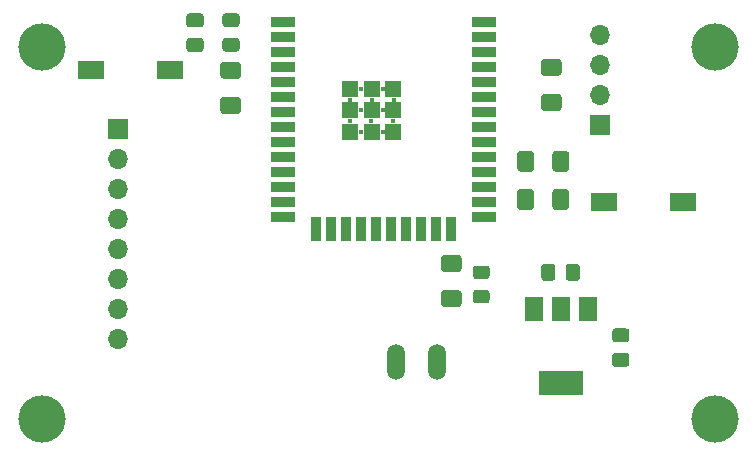
<source format=gts>
G04 #@! TF.GenerationSoftware,KiCad,Pcbnew,(5.1.9)-1*
G04 #@! TF.CreationDate,2021-04-10T17:26:08+02:00*
G04 #@! TF.ProjectId,LEDbarPCB,4c454462-6172-4504-9342-2e6b69636164,rev?*
G04 #@! TF.SameCoordinates,Original*
G04 #@! TF.FileFunction,Soldermask,Top*
G04 #@! TF.FilePolarity,Negative*
%FSLAX46Y46*%
G04 Gerber Fmt 4.6, Leading zero omitted, Abs format (unit mm)*
G04 Created by KiCad (PCBNEW (5.1.9)-1) date 2021-04-10 17:26:08*
%MOMM*%
%LPD*%
G01*
G04 APERTURE LIST*
%ADD10R,2.000000X0.900000*%
%ADD11R,0.900000X2.000000*%
%ADD12R,1.330000X1.330000*%
%ADD13C,0.400000*%
%ADD14O,1.700000X1.700000*%
%ADD15R,1.700000X1.700000*%
%ADD16R,2.300000X1.500000*%
%ADD17R,3.800000X2.000000*%
%ADD18R,1.500000X2.000000*%
%ADD19O,1.506220X3.014980*%
%ADD20C,4.000000*%
G04 APERTURE END LIST*
D10*
X136702000Y-41160000D03*
X136702000Y-42430000D03*
X136702000Y-43700000D03*
X136702000Y-44970000D03*
X136702000Y-46240000D03*
X136702000Y-47510000D03*
X136702000Y-48780000D03*
X136702000Y-50050000D03*
X136702000Y-51320000D03*
X136702000Y-52590000D03*
X136702000Y-53860000D03*
X136702000Y-55130000D03*
X136702000Y-56400000D03*
X136702000Y-57670000D03*
D11*
X139487000Y-58670000D03*
X140757000Y-58670000D03*
X142027000Y-58670000D03*
X143297000Y-58670000D03*
X144567000Y-58670000D03*
X145837000Y-58670000D03*
X147107000Y-58670000D03*
X148377000Y-58670000D03*
X149647000Y-58670000D03*
X150917000Y-58670000D03*
D10*
X153702000Y-57670000D03*
X153702000Y-56400000D03*
X153702000Y-55130000D03*
X153702000Y-53860000D03*
X153702000Y-52590000D03*
X153702000Y-51320000D03*
X153702000Y-50050000D03*
X153702000Y-48780000D03*
X153702000Y-47510000D03*
X153702000Y-46240000D03*
X153702000Y-44970000D03*
X153702000Y-43700000D03*
X153702000Y-42430000D03*
X153702000Y-41160000D03*
D12*
X142367000Y-46825000D03*
X144202000Y-46825000D03*
X146037000Y-46825000D03*
X142367000Y-48660000D03*
X144202000Y-48660000D03*
X146037000Y-48660000D03*
X142367000Y-50495000D03*
X144202000Y-50495000D03*
X146037000Y-50495000D03*
D13*
X143284500Y-50495000D03*
X145113300Y-50495000D03*
X146027700Y-49580600D03*
X144173500Y-49580600D03*
X142370100Y-49580600D03*
X142344700Y-47751800D03*
X144224300Y-47751800D03*
X146053100Y-47751800D03*
X145113300Y-48590000D03*
X143309900Y-48640800D03*
X143284500Y-46837400D03*
X145113300Y-46837400D03*
G36*
G01*
X160633500Y-62847725D02*
X160633500Y-61898275D01*
G75*
G02*
X160883775Y-61648000I250275J0D01*
G01*
X161558225Y-61648000D01*
G75*
G02*
X161808500Y-61898275I0J-250275D01*
G01*
X161808500Y-62847725D01*
G75*
G02*
X161558225Y-63098000I-250275J0D01*
G01*
X160883775Y-63098000D01*
G75*
G02*
X160633500Y-62847725I0J250275D01*
G01*
G37*
G36*
G01*
X158558500Y-62848000D02*
X158558500Y-61898000D01*
G75*
G02*
X158808500Y-61648000I250000J0D01*
G01*
X159483500Y-61648000D01*
G75*
G02*
X159733500Y-61898000I0J-250000D01*
G01*
X159733500Y-62848000D01*
G75*
G02*
X159483500Y-63098000I-250000J0D01*
G01*
X158808500Y-63098000D01*
G75*
G02*
X158558500Y-62848000I0J250000D01*
G01*
G37*
G36*
G01*
X132759000Y-43681000D02*
X131809000Y-43681000D01*
G75*
G02*
X131559000Y-43431000I0J250000D01*
G01*
X131559000Y-42756000D01*
G75*
G02*
X131809000Y-42506000I250000J0D01*
G01*
X132759000Y-42506000D01*
G75*
G02*
X133009000Y-42756000I0J-250000D01*
G01*
X133009000Y-43431000D01*
G75*
G02*
X132759000Y-43681000I-250000J0D01*
G01*
G37*
G36*
G01*
X132758725Y-41606000D02*
X131809275Y-41606000D01*
G75*
G02*
X131559000Y-41355725I0J250275D01*
G01*
X131559000Y-40681275D01*
G75*
G02*
X131809275Y-40431000I250275J0D01*
G01*
X132758725Y-40431000D01*
G75*
G02*
X133009000Y-40681275I0J-250275D01*
G01*
X133009000Y-41355725D01*
G75*
G02*
X132758725Y-41606000I-250275J0D01*
G01*
G37*
G36*
G01*
X165759725Y-68294500D02*
X164810275Y-68294500D01*
G75*
G02*
X164560000Y-68044225I0J250275D01*
G01*
X164560000Y-67369775D01*
G75*
G02*
X164810275Y-67119500I250275J0D01*
G01*
X165759725Y-67119500D01*
G75*
G02*
X166010000Y-67369775I0J-250275D01*
G01*
X166010000Y-68044225D01*
G75*
G02*
X165759725Y-68294500I-250275J0D01*
G01*
G37*
G36*
G01*
X165760000Y-70369500D02*
X164810000Y-70369500D01*
G75*
G02*
X164560000Y-70119500I0J250000D01*
G01*
X164560000Y-69444500D01*
G75*
G02*
X164810000Y-69194500I250000J0D01*
G01*
X165760000Y-69194500D01*
G75*
G02*
X166010000Y-69444500I0J-250000D01*
G01*
X166010000Y-70119500D01*
G75*
G02*
X165760000Y-70369500I-250000J0D01*
G01*
G37*
G36*
G01*
X129711000Y-43702500D02*
X128761000Y-43702500D01*
G75*
G02*
X128511000Y-43452500I0J250000D01*
G01*
X128511000Y-42777500D01*
G75*
G02*
X128761000Y-42527500I250000J0D01*
G01*
X129711000Y-42527500D01*
G75*
G02*
X129961000Y-42777500I0J-250000D01*
G01*
X129961000Y-43452500D01*
G75*
G02*
X129711000Y-43702500I-250000J0D01*
G01*
G37*
G36*
G01*
X129710725Y-41627500D02*
X128761275Y-41627500D01*
G75*
G02*
X128511000Y-41377225I0J250275D01*
G01*
X128511000Y-40702775D01*
G75*
G02*
X128761275Y-40452500I250275J0D01*
G01*
X129710725Y-40452500D01*
G75*
G02*
X129961000Y-40702775I0J-250275D01*
G01*
X129961000Y-41377225D01*
G75*
G02*
X129710725Y-41627500I-250275J0D01*
G01*
G37*
G36*
G01*
X153022550Y-61792000D02*
X153923450Y-61792000D01*
G75*
G02*
X154173000Y-62041550I0J-249550D01*
G01*
X154173000Y-62692450D01*
G75*
G02*
X153923450Y-62942000I-249550J0D01*
G01*
X153022550Y-62942000D01*
G75*
G02*
X152773000Y-62692450I0J249550D01*
G01*
X152773000Y-62041550D01*
G75*
G02*
X153022550Y-61792000I249550J0D01*
G01*
G37*
G36*
G01*
X153022999Y-63842000D02*
X153923001Y-63842000D01*
G75*
G02*
X154173000Y-64091999I0J-249999D01*
G01*
X154173000Y-64742001D01*
G75*
G02*
X153923001Y-64992000I-249999J0D01*
G01*
X153022999Y-64992000D01*
G75*
G02*
X152773000Y-64742001I0J249999D01*
G01*
X152773000Y-64091999D01*
G75*
G02*
X153022999Y-63842000I249999J0D01*
G01*
G37*
D14*
X163530000Y-42310000D03*
X163530000Y-44850000D03*
X163530000Y-47390000D03*
D15*
X163530000Y-49930000D03*
G36*
G01*
X160025000Y-45725000D02*
X158775000Y-45725000D01*
G75*
G02*
X158525000Y-45475000I0J250000D01*
G01*
X158525000Y-44550000D01*
G75*
G02*
X158775000Y-44300000I250000J0D01*
G01*
X160025000Y-44300000D01*
G75*
G02*
X160275000Y-44550000I0J-250000D01*
G01*
X160275000Y-45475000D01*
G75*
G02*
X160025000Y-45725000I-250000J0D01*
G01*
G37*
G36*
G01*
X160025000Y-48700000D02*
X158775000Y-48700000D01*
G75*
G02*
X158525000Y-48450000I0J250000D01*
G01*
X158525000Y-47525000D01*
G75*
G02*
X158775000Y-47275000I250000J0D01*
G01*
X160025000Y-47275000D01*
G75*
G02*
X160275000Y-47525000I0J-250000D01*
G01*
X160275000Y-48450000D01*
G75*
G02*
X160025000Y-48700000I-250000J0D01*
G01*
G37*
G36*
G01*
X131625000Y-44550000D02*
X132875000Y-44550000D01*
G75*
G02*
X133125000Y-44800000I0J-250000D01*
G01*
X133125000Y-45725000D01*
G75*
G02*
X132875000Y-45975000I-250000J0D01*
G01*
X131625000Y-45975000D01*
G75*
G02*
X131375000Y-45725000I0J250000D01*
G01*
X131375000Y-44800000D01*
G75*
G02*
X131625000Y-44550000I250000J0D01*
G01*
G37*
G36*
G01*
X131625000Y-47525000D02*
X132875000Y-47525000D01*
G75*
G02*
X133125000Y-47775000I0J-250000D01*
G01*
X133125000Y-48700000D01*
G75*
G02*
X132875000Y-48950000I-250000J0D01*
G01*
X131625000Y-48950000D01*
G75*
G02*
X131375000Y-48700000I0J250000D01*
G01*
X131375000Y-47775000D01*
G75*
G02*
X131625000Y-47525000I250000J0D01*
G01*
G37*
G36*
G01*
X151558000Y-65301500D02*
X150308000Y-65301500D01*
G75*
G02*
X150058000Y-65051500I0J250000D01*
G01*
X150058000Y-64126500D01*
G75*
G02*
X150308000Y-63876500I250000J0D01*
G01*
X151558000Y-63876500D01*
G75*
G02*
X151808000Y-64126500I0J-250000D01*
G01*
X151808000Y-65051500D01*
G75*
G02*
X151558000Y-65301500I-250000J0D01*
G01*
G37*
G36*
G01*
X151558000Y-62326500D02*
X150308000Y-62326500D01*
G75*
G02*
X150058000Y-62076500I0J250000D01*
G01*
X150058000Y-61151500D01*
G75*
G02*
X150308000Y-60901500I250000J0D01*
G01*
X151558000Y-60901500D01*
G75*
G02*
X151808000Y-61151500I0J-250000D01*
G01*
X151808000Y-62076500D01*
G75*
G02*
X151558000Y-62326500I-250000J0D01*
G01*
G37*
G36*
G01*
X159491500Y-53603000D02*
X159491500Y-52353000D01*
G75*
G02*
X159741500Y-52103000I250000J0D01*
G01*
X160666500Y-52103000D01*
G75*
G02*
X160916500Y-52353000I0J-250000D01*
G01*
X160916500Y-53603000D01*
G75*
G02*
X160666500Y-53853000I-250000J0D01*
G01*
X159741500Y-53853000D01*
G75*
G02*
X159491500Y-53603000I0J250000D01*
G01*
G37*
G36*
G01*
X156516500Y-53603000D02*
X156516500Y-52353000D01*
G75*
G02*
X156766500Y-52103000I250000J0D01*
G01*
X157691500Y-52103000D01*
G75*
G02*
X157941500Y-52353000I0J-250000D01*
G01*
X157941500Y-53603000D01*
G75*
G02*
X157691500Y-53853000I-250000J0D01*
G01*
X156766500Y-53853000D01*
G75*
G02*
X156516500Y-53603000I0J250000D01*
G01*
G37*
G36*
G01*
X157937500Y-55575000D02*
X157937500Y-56825000D01*
G75*
G02*
X157687500Y-57075000I-250000J0D01*
G01*
X156762500Y-57075000D01*
G75*
G02*
X156512500Y-56825000I0J250000D01*
G01*
X156512500Y-55575000D01*
G75*
G02*
X156762500Y-55325000I250000J0D01*
G01*
X157687500Y-55325000D01*
G75*
G02*
X157937500Y-55575000I0J-250000D01*
G01*
G37*
G36*
G01*
X160912500Y-55575000D02*
X160912500Y-56825000D01*
G75*
G02*
X160662500Y-57075000I-250000J0D01*
G01*
X159737500Y-57075000D01*
G75*
G02*
X159487500Y-56825000I0J250000D01*
G01*
X159487500Y-55575000D01*
G75*
G02*
X159737500Y-55325000I250000J0D01*
G01*
X160662500Y-55325000D01*
G75*
G02*
X160912500Y-55575000I0J-250000D01*
G01*
G37*
D16*
X127100000Y-45250000D03*
X120400000Y-45250000D03*
X163850000Y-56400000D03*
X170550000Y-56400000D03*
D17*
X160205000Y-71771000D03*
D18*
X160205000Y-65471000D03*
X157905000Y-65471000D03*
X162505000Y-65471000D03*
D19*
X146252480Y-70000000D03*
X149747520Y-70000000D03*
D15*
X122750000Y-50260000D03*
D14*
X122750000Y-52800000D03*
X122750000Y-55340000D03*
X122750000Y-57880000D03*
X122750000Y-60420000D03*
X122750000Y-62960000D03*
X122750000Y-65500000D03*
X122750000Y-68040000D03*
D20*
X116250000Y-43250000D03*
X116250000Y-74750000D03*
X173250000Y-43250000D03*
X173250000Y-74750000D03*
M02*

</source>
